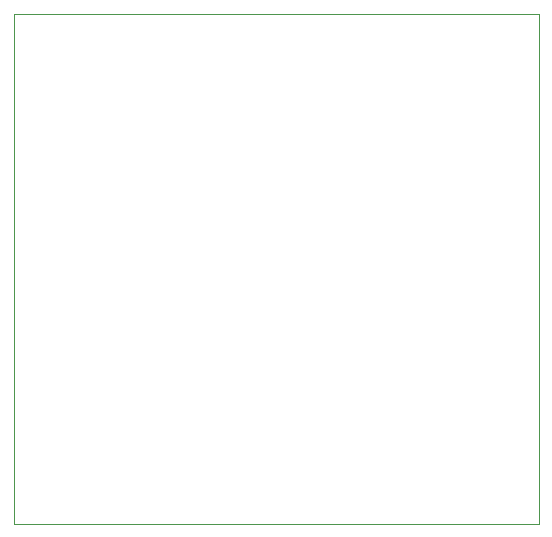
<source format=gm1>
G04 #@! TF.GenerationSoftware,KiCad,Pcbnew,5.1.9+dfsg1-1+deb11u1*
G04 #@! TF.CreationDate,2023-03-16T17:17:06+02:00*
G04 #@! TF.ProjectId,power_meter,706f7765-725f-46d6-9574-65722e6b6963,rev?*
G04 #@! TF.SameCoordinates,Original*
G04 #@! TF.FileFunction,Profile,NP*
%FSLAX46Y46*%
G04 Gerber Fmt 4.6, Leading zero omitted, Abs format (unit mm)*
G04 Created by KiCad (PCBNEW 5.1.9+dfsg1-1+deb11u1) date 2023-03-16 17:17:06*
%MOMM*%
%LPD*%
G01*
G04 APERTURE LIST*
G04 #@! TA.AperFunction,Profile*
%ADD10C,0.100000*%
G04 #@! TD*
G04 APERTURE END LIST*
D10*
X93980000Y-119380000D02*
X93980000Y-76200000D01*
X138430000Y-119380000D02*
X93980000Y-119380000D01*
X138430000Y-76200000D02*
X138430000Y-119380000D01*
X93980000Y-76200000D02*
X138430000Y-76200000D01*
M02*

</source>
